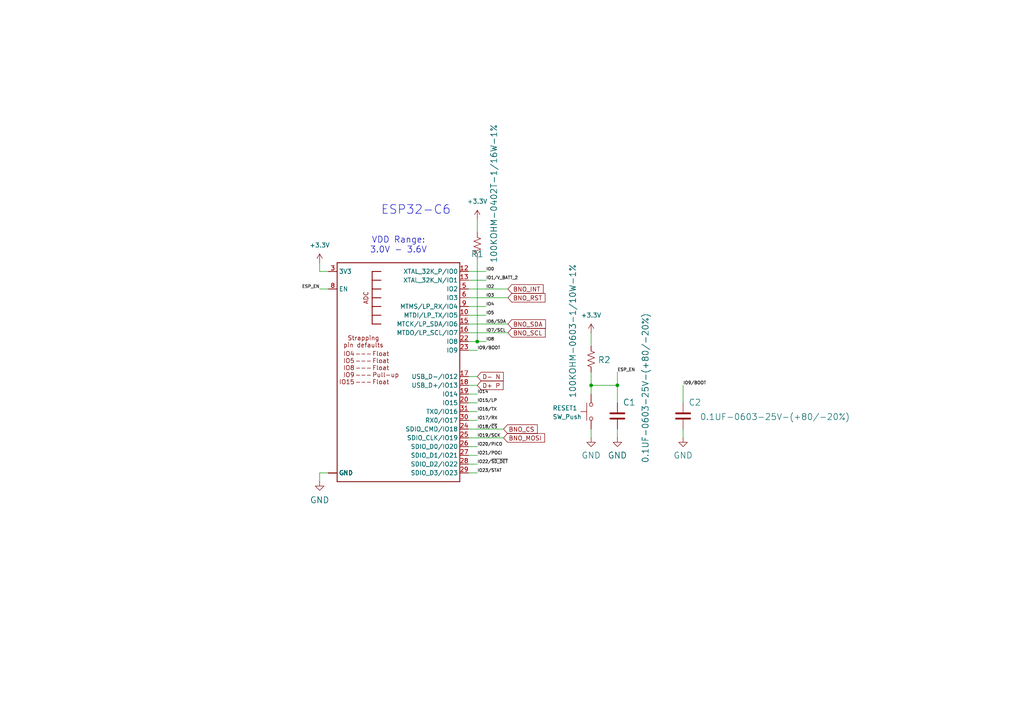
<source format=kicad_sch>
(kicad_sch (version 20231120) (generator "eeschema") (generator_version "8.0")
  (paper "A4")
  (lib_symbols
    (symbol "power:+3.3V" (power) (pin_numbers hide) (pin_names (offset 0) hide)
      (property "Value" "+3.3V" (at 0 3.556 0))
      (symbol "+3.3V_0_1"
        (polyline (pts (xy -0.762 1.27) (xy 0 2.54)))
        (polyline (pts (xy 0 0) (xy 0 2.54)))
        (polyline (pts (xy 0 2.54) (xy 0.762 1.27)))
      )
      (symbol "+3.3V_1_1"
        (pin power_in line (at 0 0 90) (length 0) (name "~") (number "1"))
      )
    )
    (symbol "power:GND" (power) (pin_numbers hide) (pin_names (offset 0) hide)
      (property "Value" "GND" (at 0 -3.81 0))
      (symbol "GND_0_1"
        (polyline (pts (xy 0 0) (xy 0 -1.27) (xy 1.27 -1.27) (xy 0 -2.54) (xy -1.27 -1.27) (xy 0 -1.27)))
      )
      (symbol "GND_1_1"
        (pin power_in line (at 0 0 270) (length 0) (name "~") (number "1"))
      )
    )
    (symbol "uSlime:C" (pin_numbers hide) (pin_names (offset 0.254))
      (property "Reference" "C" (at 0.635 2.54 0))
      (property "Value" "C" (at 0.635 -2.54 0))
      (symbol "C_0_1"
        (polyline (pts (xy -2.032 -0.762) (xy 2.032 -0.762)) (stroke (width 0.508)))
        (polyline (pts (xy -2.032 0.762) (xy 2.032 0.762)) (stroke (width 0.508)))
      )
      (symbol "C_1_1"
        (pin passive line (at 0 3.81 270) (length 2.794) (name "~") (number "1"))
        (pin passive line (at 0 -3.81 90) (length 2.794) (name "~") (number "2"))
      )
    )
    (symbol "uSlime:ESP32-C6-MINI-1"
      (symbol "ESP32-C6-MINI-1_1_0"
        (polyline (pts (xy -17.78 -33.02) (xy 17.78 -33.02)) (stroke (width 0.254)))
        (polyline (pts (xy -17.78 30.48) (xy -17.78 -33.02)) (stroke (width 0.254)))
        (polyline (pts (xy -7.62 12.7) (xy -7.62 15.24)) (stroke (width 0.254)))
        (polyline (pts (xy -7.62 15.24) (xy -7.62 17.78)) (stroke (width 0.254)))
        (polyline (pts (xy -7.62 15.24) (xy -5.08 15.24)) (stroke (width 0.254)))
        (polyline (pts (xy -7.62 17.78) (xy -7.62 20.32)) (stroke (width 0.254)))
        (polyline (pts (xy -7.62 17.78) (xy -5.08 17.78)) (stroke (width 0.254)))
        (polyline (pts (xy -7.62 20.32) (xy -7.62 22.86)) (stroke (width 0.254)))
        (polyline (pts (xy -7.62 20.32) (xy -5.08 20.32)) (stroke (width 0.254)))
        (polyline (pts (xy -7.62 22.86) (xy -7.62 25.4)) (stroke (width 0.254)))
        (polyline (pts (xy -7.62 22.86) (xy -5.08 22.86)) (stroke (width 0.254)))
        (polyline (pts (xy -7.62 25.4) (xy -7.62 27.94)) (stroke (width 0.254)))
        (polyline (pts (xy -7.62 25.4) (xy -5.08 25.4)) (stroke (width 0.254)))
        (polyline (pts (xy -7.62 27.94) (xy -5.08 27.94)) (stroke (width 0.254)))
        (polyline (pts (xy -5.08 12.7) (xy -7.62 12.7)) (stroke (width 0.254)))
        (polyline (pts (xy 17.78 -33.02) (xy 17.78 30.48)) (stroke (width 0.254)))
        (polyline (pts (xy 17.78 30.48) (xy -17.78 30.48)) (stroke (width 0.254)))
        (text "---\n---\n---\n---\n---" (at -10.16 0 0) (effects (font (size 1.27 1.27))))
        (text "ADC" (at -10.16 20.32 900) (effects (font (size 1.27 1.27)) (justify top)))
        (text "Float\nFloat\nFloat\nPull-up\nFloat" (at -7.62 0 0) (effects (font (size 1.27 1.27)) (justify left)))
        (text "IO4\nIO5\nIO8\nIO9\nIO15" (at -12.7 0 0) (effects (font (size 1.27 1.27)) (justify right)))
        (text "Strapping\npin defaults" (at -10.16 7.62 0) (effects (font (size 1.27 1.27))))
        (pin bidirectional line (at -20.32 -30.48 0) (length 2.54) (name "GND") (number "1"))
        (pin bidirectional line (at 20.32 15.24 180) (length 2.54) (name "MTDI/LP_TX/IO5") (number "10"))
        (pin bidirectional line (at -20.32 -30.48 0) (length 2.54) (name "GND") (number "11"))
        (pin bidirectional line (at 20.32 27.94 180) (length 2.54) (name "XTAL_32K_P/IO0") (number "12"))
        (pin bidirectional line (at 20.32 25.4 180) (length 2.54) (name "XTAL_32K_N/IO1") (number "13"))
        (pin bidirectional line (at -20.32 -30.48 0) (length 2.54) (name "GND") (number "14"))
        (pin bidirectional line (at 20.32 12.7 180) (length 2.54) (name "MTCK/LP_SDA/IO6") (number "15"))
        (pin bidirectional line (at 20.32 10.16 180) (length 2.54) (name "MTDO/LP_SCL/IO7") (number "16"))
        (pin bidirectional line (at 20.32 -2.54 180) (length 2.54) (name "USB_D-/IO12") (number "17"))
        (pin bidirectional line (at 20.32 -5.08 180) (length 2.54) (name "USB_D+/IO13") (number "18"))
        (pin bidirectional line (at 20.32 -7.62 180) (length 2.54) (name "IO14") (number "19"))
        (pin bidirectional line (at -20.32 -30.48 0) (length 2.54) (name "GND") (number "2"))
        (pin bidirectional line (at 20.32 -10.16 180) (length 2.54) (name "IO15") (number "20"))
        (pin bidirectional line (at 20.32 7.62 180) (length 2.54) (name "IO8") (number "22"))
        (pin bidirectional line (at 20.32 5.08 180) (length 2.54) (name "IO9") (number "23"))
        (pin bidirectional line (at 20.32 -17.78 180) (length 2.54) (name "SDIO_CMD/IO18") (number "24"))
        (pin bidirectional line (at 20.32 -20.32 180) (length 2.54) (name "SDIO_CLK/IO19") (number "25"))
        (pin bidirectional line (at 20.32 -22.86 180) (length 2.54) (name "SDIO_D0/IO20") (number "26"))
        (pin bidirectional line (at 20.32 -25.4 180) (length 2.54) (name "SDIO_D1/IO21") (number "27"))
        (pin bidirectional line (at 20.32 -27.94 180) (length 2.54) (name "SDIO_D2/IO22") (number "28"))
        (pin bidirectional line (at 20.32 -30.48 180) (length 2.54) (name "SDIO_D3/IO23") (number "29"))
        (pin bidirectional line (at -20.32 27.94 0) (length 2.54) (name "3V3") (number "3"))
        (pin bidirectional line (at 20.32 -15.24 180) (length 2.54) (name "RX0/IO17") (number "30"))
        (pin bidirectional line (at 20.32 -12.7 180) (length 2.54) (name "TX0/IO16") (number "31"))
        (pin bidirectional line (at -20.32 -30.48 0) (length 2.54) (name "GND") (number "36"))
        (pin bidirectional line (at -20.32 -30.48 0) (length 2.54) (name "GND") (number "37"))
        (pin bidirectional line (at -20.32 -30.48 0) (length 2.54) (name "GND") (number "38"))
        (pin bidirectional line (at -20.32 -30.48 0) (length 2.54) (name "GND") (number "39"))
        (pin bidirectional line (at -20.32 -30.48 0) (length 2.54) (name "GND") (number "40"))
        (pin bidirectional line (at -20.32 -30.48 0) (length 2.54) (name "GND") (number "41"))
        (pin bidirectional line (at -20.32 -30.48 0) (length 2.54) (name "GND") (number "42"))
        (pin bidirectional line (at -20.32 -30.48 0) (length 2.54) (name "GND") (number "43"))
        (pin bidirectional line (at -20.32 -30.48 0) (length 2.54) (name "GND") (number "44"))
        (pin bidirectional line (at -20.32 -30.48 0) (length 2.54) (name "GND") (number "45"))
        (pin bidirectional line (at -20.32 -30.48 0) (length 2.54) (name "GND") (number "46"))
        (pin bidirectional line (at -20.32 -30.48 0) (length 2.54) (name "GND") (number "47"))
        (pin bidirectional line (at -20.32 -30.48 0) (length 2.54) (name "GND") (number "48"))
        (pin bidirectional line (at -20.32 -30.48 0) (length 2.54) (name "GND") (number "49"))
        (pin bidirectional line (at 20.32 22.86 180) (length 2.54) (name "IO2") (number "5"))
        (pin bidirectional line (at -20.32 -30.48 0) (length 2.54) (name "GND") (number "50"))
        (pin bidirectional line (at -20.32 -30.48 0) (length 2.54) (name "GND") (number "51"))
        (pin bidirectional line (at -20.32 -30.48 0) (length 2.54) (name "GND") (number "52"))
        (pin bidirectional line (at -20.32 -30.48 0) (length 2.54) (name "GND") (number "53"))
        (pin bidirectional line (at 20.32 20.32 180) (length 2.54) (name "IO3") (number "6"))
        (pin bidirectional line (at -20.32 22.86 0) (length 2.54) (name "EN") (number "8"))
        (pin bidirectional line (at 20.32 17.78 180) (length 2.54) (name "MTMS/LP_RX/IO4") (number "9"))
      )
    )
    (symbol "uSlime:R_US" (pin_numbers hide) (pin_names (offset 0))
      (property "Reference" "R" (at 2.54 0 90))
      (property "Value" "R_US" (at -2.54 0 90))
      (symbol "R_US_0_1"
        (polyline (pts (xy 0 -2.286) (xy 0 -2.54)))
        (polyline (pts (xy 0 2.286) (xy 0 2.54)))
        (polyline (pts (xy 0 -0.762) (xy 1.016 -1.143) (xy 0 -1.524) (xy -1.016 -1.905) (xy 0 -2.286)))
        (polyline (pts (xy 0 0.762) (xy 1.016 0.381) (xy 0 0) (xy -1.016 -0.381) (xy 0 -0.762)))
        (polyline (pts (xy 0 2.286) (xy 1.016 1.905) (xy 0 1.524) (xy -1.016 1.143) (xy 0 0.762)))
      )
      (symbol "R_US_1_1"
        (pin passive line (at 0 3.81 270) (length 1.27) (name "~") (number "1"))
        (pin passive line (at 0 -3.81 90) (length 1.27) (name "~") (number "2"))
      )
    )
    (symbol "uSlime:SW_Push" (pin_numbers hide) (pin_names (offset 1.016) hide)
      (property "Reference" "RESET" (at 1.2701 -1.27 90))
      (property "Value" "SW_Push" (at -1.2699 -1.27 90))
      (symbol "SW_Push_0_1"
        (circle (center -2.032 0) (radius 0.508))
        (polyline (pts (xy 0 1.27) (xy 0 3.048)))
        (polyline (pts (xy 2.54 1.27) (xy -2.54 1.27)))
        (circle (center 2.032 0) (radius 0.508))
        (pin passive line (at -5.08 0 0) (length 2.54) (name "1") (number "1"))
        (pin passive line (at 5.08 0 180) (length 2.54) (name "2") (number "2"))
      )
    )
  )
  (junction (at 138.43 99.06))
  (junction (at 179.07 111.76))
  (junction (at 171.45 111.76))
  (wire (pts (xy 138.43 124.46) (xy 146.05 124.46)))
  (wire (pts (xy 140.97 99.06) (xy 138.43 99.06)) (stroke (width 0.1524)))
  (wire (pts (xy 135.89 93.98) (xy 140.97 93.98)) (stroke (width 0.1524)))
  (wire (pts (xy 171.45 114.3) (xy 171.45 111.76)) (stroke (width 0.1524)))
  (wire (pts (xy 135.89 88.9) (xy 140.97 88.9)) (stroke (width 0.1524)))
  (wire (pts (xy 135.89 134.62) (xy 138.43 134.62)) (stroke (width 0.1524)))
  (wire (pts (xy 138.43 127) (xy 146.05 127)))
  (wire (pts (xy 135.89 124.46) (xy 138.43 124.46)) (stroke (width 0.1524)))
  (wire (pts (xy 179.07 111.76) (xy 171.45 111.76)) (stroke (width 0.1524)))
  (wire (pts (xy 135.89 81.28) (xy 140.97 81.28)) (stroke (width 0.1524)))
  (wire (pts (xy 138.43 63.5) (xy 138.43 67.31)) (stroke (width 0.1524)))
  (wire (pts (xy 135.89 86.36) (xy 140.97 86.36)) (stroke (width 0.1524)))
  (wire (pts (xy 140.97 83.82) (xy 147.32 83.82)))
  (wire (pts (xy 135.89 99.06) (xy 138.43 99.06)) (stroke (width 0.1524)))
  (wire (pts (xy 135.89 91.44) (xy 140.97 91.44)) (stroke (width 0.1524)))
  (wire (pts (xy 198.12 127) (xy 198.12 124.46)) (stroke (width 0.1524)))
  (wire (pts (xy 138.43 114.3) (xy 135.89 114.3)))
  (wire (pts (xy 135.89 83.82) (xy 140.97 83.82)) (stroke (width 0.1524)))
  (wire (pts (xy 135.89 129.54) (xy 138.43 129.54)) (stroke (width 0.1524)))
  (wire (pts (xy 140.97 86.36) (xy 147.32 86.36)))
  (wire (pts (xy 179.07 116.84) (xy 179.07 111.76)) (stroke (width 0.1524)))
  (wire (pts (xy 135.89 78.74) (xy 140.97 78.74)) (stroke (width 0.1524)))
  (wire (pts (xy 179.07 127) (xy 179.07 124.46)) (stroke (width 0.1524)))
  (wire (pts (xy 171.45 127) (xy 171.45 124.46)) (stroke (width 0.1524)))
  (wire (pts (xy 135.89 137.16) (xy 138.43 137.16)) (stroke (width 0.1524)))
  (wire (pts (xy 135.89 127) (xy 138.43 127)) (stroke (width 0.1524)))
  (wire (pts (xy 95.25 137.16) (xy 92.71 137.16)) (stroke (width 0.1524)))
  (wire (pts (xy 171.45 111.76) (xy 171.45 109.22)) (stroke (width 0.1524)))
  (wire (pts (xy 95.25 78.74) (xy 92.71 78.74)) (stroke (width 0.1524)))
  (wire (pts (xy 140.97 96.52) (xy 147.32 96.52)))
  (wire (pts (xy 140.97 96.52) (xy 135.89 96.52)) (stroke (width 0.1524)))
  (wire (pts (xy 135.89 121.92) (xy 138.43 121.92)) (stroke (width 0.1524)))
  (wire (pts (xy 140.97 93.98) (xy 147.32 93.98)))
  (wire (pts (xy 138.43 74.93) (xy 138.43 99.06)) (stroke (width 0.1524)))
  (wire (pts (xy 92.71 78.74) (xy 92.71 76.2)) (stroke (width 0.1524)))
  (wire (pts (xy 135.89 119.38) (xy 138.43 119.38)) (stroke (width 0.1524)))
  (wire (pts (xy 92.71 137.16) (xy 92.71 139.7)) (stroke (width 0.1524)))
  (wire (pts (xy 135.89 116.84) (xy 138.43 116.84)) (stroke (width 0.1524)))
  (wire (pts (xy 135.89 109.22) (xy 138.43 109.22)) (stroke (width 0.1524)))
  (wire (pts (xy 171.45 96.52) (xy 171.45 100.33)) (stroke (width 0.1524)))
  (wire (pts (xy 179.07 107.95) (xy 179.07 111.76)) (stroke (width 0.1524)))
  (wire (pts (xy 135.89 132.08) (xy 138.43 132.08)) (stroke (width 0.1524)))
  (wire (pts (xy 198.12 111.76) (xy 198.12 116.84)) (stroke (width 0.1524)))
  (wire (pts (xy 135.89 101.6) (xy 138.43 101.6)) (stroke (width 0.1524)))
  (wire (pts (xy 171.45 107.95) (xy 171.45 109.22)))
  (wire (pts (xy 135.89 111.76) (xy 138.43 111.76)) (stroke (width 0.1524)))
  (wire (pts (xy 95.25 83.82) (xy 92.71 83.82)) (stroke (width 0.1524)))
  (text "ESP32-C6" (at 120.65 60.96 0) (effects (font (size 2.54 2.54))))
  (text "VDD Range:\n3.0V - 3.6V" (at 115.57 71.12 0) (effects (font (size 1.778 1.778))))
  (label "IO15/LP" (at 138.43 116.84 0) (effects (font (size 0.889 0.889))))
  (label "IO5" (at 140.97 91.44 0) (effects (font (size 0.889 0.889))))
  (label "IO8" (at 140.97 99.06 0) (effects (font (size 0.889 0.889))))
  (label "IO9/BOOT" (at 138.43 101.6 0) (effects (font (size 0.889 0.889))))
  (label "IO18/~{CS}" (at 138.43 124.46 0) (effects (font (size 0.889 0.889))))
  (label "IO21/POCI" (at 138.43 132.08 0) (effects (font (size 0.889 0.889))))
  (label "IO0" (at 140.97 78.74 0) (effects (font (size 0.889 0.889))))
  (label "IO19/SCK" (at 138.43 127 0) (effects (font (size 0.889 0.889))))
  (label "IO20/PICO" (at 138.43 129.54 0) (effects (font (size 0.889 0.889))))
  (label "IO16/TX" (at 138.43 119.38 0) (effects (font (size 0.889 0.889))))
  (label "IO14" (at 138.43 114.3 0) (effects (font (size 0.889 0.889))))
  (label "IO2" (at 140.97 83.82 0) (effects (font (size 0.889 0.889))))
  (label "ESP_EN" (at 92.71 83.82 180) (effects (font (size 0.889 0.889))))
  (label "IO9{slash}BOOT" (at 198.12 111.76 0) (effects (font (size 0.889 0.889))))
  (label "IO4" (at 140.97 88.9 0) (effects (font (size 0.889 0.889))))
  (label "IO3" (at 140.97 86.36 0) (effects (font (size 0.889 0.889))))
  (label "ESP_EN" (at 179.07 107.95 0) (effects (font (size 0.889 0.889))))
  (label "IO23/STAT" (at 138.43 137.16 0) (effects (font (size 0.889 0.889))))
  (label "IO17/RX" (at 138.43 121.92 0) (effects (font (size 0.889 0.889))))
  (label "IO7/SCL" (at 140.97 96.52 0) (effects (font (size 0.889 0.889))))
  (label "IO1/V_BATT_2" (at 140.97 81.28 0) (effects (font (size 0.889 0.889))))
  (label "IO6/SDA" (at 140.97 93.98 0) (effects (font (size 0.889 0.889))))
  (label "IO22/~{SD_DET}" (at 138.43 134.62 0) (effects (font (size 0.889 0.889))))
  (global_label "BNO_INT" (shape input) (at 147.32 83.82 0) (property "Intersheetrefs" "${INTERSHEET_REFS}" (effects (hide yes))))
  (global_label "D+ P" (shape input) (at 138.43 111.76 0) (property "Intersheetrefs" "${INTERSHEET_REFS}" (effects (hide yes))))
  (global_label "BNO_MOSI" (shape input) (at 146.05 127 0) (property "Intersheetrefs" "${INTERSHEET_REFS}" (effects (hide yes))))
  (global_label "BNO_CS" (shape input) (at 146.05 124.46 0) (property "Intersheetrefs" "${INTERSHEET_REFS}" (effects (hide yes))))
  (global_label "D- N" (shape input) (at 138.43 109.22 0) (property "Intersheetrefs" "${INTERSHEET_REFS}" (effects (hide yes))))
  (global_label "BNO_RST" (shape input) (at 147.32 86.36 0) (property "Intersheetrefs" "${INTERSHEET_REFS}" (effects (hide yes))))
  (global_label "BNO_SCL" (shape input) (at 147.32 96.52 0) (property "Intersheetrefs" "${INTERSHEET_REFS}" (effects (hide yes))))
  (global_label "BNO_SDA" (shape input) (at 147.32 93.98 0) (property "Intersheetrefs" "${INTERSHEET_REFS}" (effects (hide yes))))
  (symbol (lib_id "uSlime:SW_Push") (at 171.45 119.38 90) (unit 1)
    (property "Reference" "RESET1" (at 160.274 118.364 90) (effects (justify right)))
    (property "Value" "SW_Push" (at 160.274 120.904 90) (effects (justify right)))
    (property "Footprint" "Button_Switch_SMD:SW_SPST_B3U-1000P-B" (effects (hide yes)))
    (property "Description" "Push button switch, generic, two pins" (effects (hide yes)))
  )
  (symbol (lib_id "uSlime:ESP32-C6-MINI-1") (at 115.57 106.68 0) (unit 1)
    (property "Reference" "U1" (effects (hide yes)))
    (property "Value" "ESP32-C6-MINI-1" (effects (hide yes)))
    (property "Footprint" "PCM_Espressif:ESP32-C6-MINI-1" (effects (hide yes)))
  )
  (symbol (lib_id "power:+3.3V") (at 92.71 76.2 0) (unit 1)
    (property "Reference" "#PWR020" (effects (hide yes)))
    (property "Value" "+3.3V" (at 92.71 71.12 0))
    (property "Description" "Power symbol creates a global label with name \"+3.3V\"" (effects (hide yes)))
  )
  (symbol (lib_id "uSlime:R_US") (at 171.45 104.14 180) (unit 1)
    (property "Reference" "R2" (at 175.26 103.378 0) (effects (font (size 1.778 1.778)) (justify bottom)))
    (property "Value" "100KOHM-0603-1/10W-1%" (at 167.132 96.012 90) (effects (font (size 1.778 1.778)) (justify top)))
    (property "Footprint" "Resistor_SMD:R_0402_1005Metric" (effects (hide yes)))
    (property "Description" "Resistor, US symbol" (effects (hide yes)))
  )
  (symbol (lib_id "power:GND") (at 171.45 127 0) (unit 1)
    (property "Reference" "#GND02" (effects (hide yes)))
    (property "Value" "GND" (at 171.45 131.064 0) (effects (font (size 1.778 1.778)) (justify top)))
    (property "Description" "Power symbol creates a global label with name \"GND\" , ground" (effects (hide yes)))
  )
  (symbol (lib_id "uSlime:C") (at 179.07 120.65 0) (unit 1)
    (property "Reference" "C1" (at 180.594 117.729 0) (effects (font (size 1.778 1.778)) (justify left bottom)))
    (property "Value" "0.1UF-0603-25V-(+80/-20%)" (at 188.214 134.366 90) (effects (font (size 1.778 1.778)) (justify left bottom)))
    (property "Footprint" "Capacitor_SMD:C_0402_1005Metric" (effects (hide yes)))
    (property "Description" "Unpolarized capacitor" (effects (hide yes)))
  )
  (symbol (lib_id "power:GND") (at 92.71 139.7 0) (unit 1)
    (property "Reference" "#GND04" (effects (hide yes)))
    (property "Value" "GND" (at 92.71 144.018 0) (effects (font (size 1.778 1.778)) (justify top)))
    (property "Description" "Power symbol creates a global label with name \"GND\" , ground" (effects (hide yes)))
  )
  (symbol (lib_id "uSlime:C") (at 198.12 120.65 0) (unit 1)
    (property "Reference" "C2" (at 199.644 117.729 0) (effects (font (size 1.778 1.778)) (justify left bottom)))
    (property "Value" "0.1UF-0603-25V-(+80/-20%)" (at 202.946 121.92 0) (effects (font (size 1.778 1.778)) (justify left bottom)))
    (property "Footprint" "Capacitor_SMD:C_0402_1005Metric" (effects (hide yes)))
    (property "Description" "Unpolarized capacitor" (effects (hide yes)))
  )
  (symbol (lib_id "uSlime:R_US") (at 138.43 71.12 180) (unit 1)
    (property "Reference" "R1" (at 138.43 72.644 0) (effects (font (size 1.778 1.778)) (justify bottom)))
    (property "Value" "100KOHM-0402T-1/16W-1%" (at 144.272 56.134 90) (effects (font (size 1.778 1.778)) (justify top)))
    (property "Footprint" "Resistor_SMD:R_0402_1005Metric" (effects (hide yes)))
    (property "Description" "Resistor, US symbol" (effects (hide yes)))
  )
  (symbol (lib_id "power:+3.3V") (at 138.43 63.5 0) (unit 1)
    (property "Reference" "#PWR06" (effects (hide yes)))
    (property "Value" "+3.3V" (at 138.43 58.42 0))
    (property "Description" "Power symbol creates a global label with name \"+3.3V\"" (effects (hide yes)))
  )
  (symbol (lib_id "power:GND") (at 198.12 127 0) (unit 1)
    (property "Reference" "#GND05" (effects (hide yes)))
    (property "Value" "GND" (at 198.12 131.064 0) (effects (font (size 1.778 1.778)) (justify top)))
    (property "Description" "Power symbol creates a global label with name \"GND\" , ground" (effects (hide yes)))
  )
  (symbol (lib_id "power:GND") (at 179.07 127 0) (unit 1)
    (property "Reference" "#GND03" (effects (hide yes)))
    (property "Value" "GND" (at 179.07 131.064 0) (effects (font (size 1.778 1.778)) (justify top)))
    (property "Description" "Power symbol creates a global label with name \"GND\" , ground" (effects (hide yes)))
  )
  (symbol (lib_id "power:+3.3V") (at 171.45 96.52 0) (unit 1)
    (property "Reference" "#PWR07" (effects (hide yes)))
    (property "Value" "+3.3V" (at 171.45 91.44 0))
    (property "Description" "Power symbol creates a global label with name \"+3.3V\"" (effects (hide yes)))
  )
)
</source>
